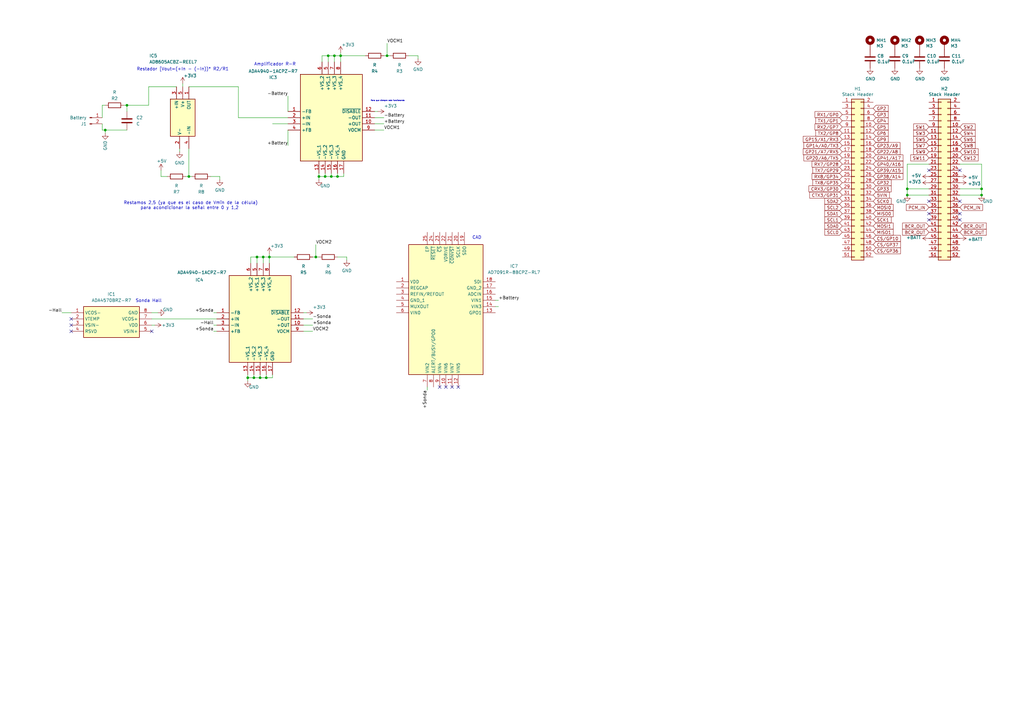
<source format=kicad_sch>
(kicad_sch (version 20250114) (generator "eeschema") (generator_version "9.0")
  (paper "A3")
  (lib_symbols
    (symbol "AD7091R-8BCPZ-RL7:AD7091R-8BCPZ-RL7"
      (property "Reference" "IC" (at 36.83 20.32 0))
      (property "Value" "AD7091R-8BCPZ-RL7" (at 36.83 17.78 0))
      (symbol "AD7091R-8BCPZ-RL7_1_1"
        (rectangle (start 5.08 15.24) (end 35.56 -38.1) (stroke (width 0.254)) (fill (type background)))
        (pin passive line (at 0 0 0) (length 5.08) (name "VDD") (number "1"))
        (pin passive line (at 0 -2.54 0) (length 5.08) (name "REGCAP") (number "2"))
        (pin passive line (at 0 -5.08 0) (length 5.08) (name "REFIN/REFOUT") (number "3"))
        (pin passive line (at 0 -7.62 0) (length 5.08) (name "GND_1") (number "4"))
        (pin passive line (at 0 -10.16 0) (length 5.08) (name "MUXOUT") (number "5"))
        (pin passive line (at 0 -12.7 0) (length 5.08) (name "VIN0") (number "6"))
        (pin passive line (at 12.7 20.32 270) (length 5.08) (name "EP") (number "25"))
        (pin passive line (at 12.7 -43.18 90) (length 5.08) (name "VIN2") (number "7"))
        (pin passive line (at 15.24 20.32 270) (length 5.08) (name "~{RESET}") (number "24"))
        (pin passive line (at 15.24 -43.18 90) (length 5.08) (name "ALERT/BUSY/GPO0") (number "8"))
        (pin passive line (at 17.78 20.32 270) (length 5.08) (name "~{CS}") (number "23"))
        (pin passive line (at 17.78 -43.18 90) (length 5.08) (name "VIN4") (number "9"))
        (pin passive line (at 20.32 20.32 270) (length 5.08) (name "VDRIVE") (number "22"))
        (pin passive line (at 20.32 -43.18 90) (length 5.08) (name "VIN6") (number "10"))
        (pin passive line (at 22.86 20.32 270) (length 5.08) (name "~{CONVST}") (number "21"))
        (pin passive line (at 22.86 -43.18 90) (length 5.08) (name "VIN7") (number "11"))
        (pin passive line (at 25.4 20.32 270) (length 5.08) (name "SCLK") (number "20"))
        (pin passive line (at 25.4 -43.18 90) (length 5.08) (name "VIN5") (number "12"))
        (pin passive line (at 27.94 20.32 270) (length 5.08) (name "SDO") (number "19"))
        (pin passive line (at 40.64 0 180) (length 5.08) (name "SDI") (number "18"))
        (pin passive line (at 40.64 -2.54 180) (length 5.08) (name "GND_2") (number "17"))
        (pin passive line (at 40.64 -5.08 180) (length 5.08) (name "ADCIN") (number "16"))
        (pin passive line (at 40.64 -7.62 180) (length 5.08) (name "VIN1") (number "15"))
        (pin passive line (at 40.64 -10.16 180) (length 5.08) (name "VIN3") (number "14"))
        (pin passive line (at 40.64 -12.7 180) (length 5.08) (name "GPO1") (number "13"))
      )
    )
    (symbol "AD8605ACBZ-REEL7:AD8605ACBZ-REEL7"
      (property "Reference" "IC5" (at 11.4299 3.81 90))
      (property "Value" "AD8605ACBZ-REEL7" (at 13.9699 3.81 90))
      (symbol "AD8605ACBZ-REEL7_1_1"
        (rectangle (start 5.08 2.54) (end 20.32 -7.62) (stroke (width 0.254)) (fill (type background)))
        (pin passive line (at 0 0 0) (length 5.08) (name "OUT") (number "1"))
        (pin passive line (at 0 -2.54 0) (length 5.08) (name "V+") (number "5"))
        (pin passive line (at 0 -5.08 0) (length 5.08) (name "+IN") (number "3"))
        (pin passive line (at 25.4 0 180) (length 5.08) (name "-IN") (number "4"))
        (pin passive line (at 25.4 -3.81 180) (length 5.08) (name "V-") (number "2"))
      )
    )
    (symbol "ADA4570BRZ-R7:ADA4570BRZ-R7"
      (property "Reference" "IC" (at 29.21 7.62 0))
      (property "Value" "ADA4570BRZ-R7" (at 29.21 5.08 0))
      (symbol "ADA4570BRZ-R7_1_1"
        (rectangle (start 5.08 2.54) (end 27.94 -10.16) (stroke (width 0.254)) (fill (type background)))
        (pin passive line (at 0 0 0) (length 5.08) (name "VCOS-") (number "1"))
        (pin passive line (at 0 -2.54 0) (length 5.08) (name "VTEMP") (number "2"))
        (pin passive line (at 0 -5.08 0) (length 5.08) (name "VSIN-") (number "3"))
        (pin passive line (at 0 -7.62 0) (length 5.08) (name "RSVD") (number "4"))
        (pin passive line (at 33.02 0 180) (length 5.08) (name "GND") (number "8"))
        (pin passive line (at 33.02 -2.54 180) (length 5.08) (name "VCOS+") (number "7"))
        (pin passive line (at 33.02 -5.08 180) (length 5.08) (name "VDD") (number "6"))
        (pin passive line (at 33.02 -7.62 180) (length 5.08) (name "VSIN+") (number "5"))
      )
    )
    (symbol "ADA4940-1ACPZ-R7:ADA4940-1ACPZ-R7"
      (property "Reference" "IC3" (at 0.508 20.32 0))
      (property "Value" "ADA4940-1ACPZ-R7" (at -7.874 23.114 0))
      (symbol "ADA4940-1ACPZ-R7_1_1"
        (rectangle (start 5.08 15.24) (end 30.48 -20.32) (stroke (width 0.254)) (fill (type background)))
        (pin passive line (at 0 0 0) (length 5.08) (name "-FB") (number "1"))
        (pin passive line (at 0 -2.54 0) (length 5.08) (name "+IN") (number "2"))
        (pin passive line (at 0 -5.08 0) (length 5.08) (name "-IN") (number "3"))
        (pin passive line (at 0 -7.62 0) (length 5.08) (name "+FB") (number "4"))
        (pin passive line (at 12.7 -25.4 90) (length 5.08) (name "-VS_1") (number "13"))
        (pin passive line (at 13.97 20.32 270) (length 5.08) (name "+VS_2") (number "6"))
        (pin passive line (at 15.24 -25.4 90) (length 5.08) (name "-VS_2") (number "14"))
        (pin passive line (at 16.51 20.32 270) (length 5.08) (name "+VS_1") (number "5"))
        (pin passive line (at 17.78 -25.4 90) (length 5.08) (name "-VS_3") (number "15"))
        (pin passive line (at 19.05 20.32 270) (length 5.08) (name "+VS_3") (number "7"))
        (pin passive line (at 20.32 -25.4 90) (length 5.08) (name "-VS_4") (number "16"))
        (pin passive line (at 21.59 20.32 270) (length 5.08) (name "+VS_4") (number "8"))
        (pin passive line (at 22.86 -25.4 90) (length 5.08) (name "GND") (number "17"))
        (pin passive line (at 35.56 0 180) (length 5.08) (name "~{DISABLE}") (number "12"))
        (pin passive line (at 35.56 -2.54 180) (length 5.08) (name "-OUT") (number "11"))
        (pin passive line (at 35.56 -5.08 180) (length 5.08) (name "+OUT") (number "10"))
        (pin passive line (at 35.56 -7.62 180) (length 5.08) (name "VOCM") (number "9"))
      )
    )
    (symbol "CSD86311W1723:CSD86311W1723"
      (property "Reference" "IC" (at 36.83 7.62 0))
      (property "Value" "CSD86311W1723" (at 36.83 5.08 0))
      (symbol "CSD86311W1723_1_1"
        (rectangle (start 5.08 2.54) (end 35.56 -15.24) (stroke (width 0.254)) (fill (type background)))
        (pin passive line (at 0 0 0) (length 5.08) (name "GATE_1") (number "A1"))
        (pin passive line (at 0 -2.54 0) (length 5.08) (name "DRAIN_1_1") (number "A2"))
        (pin passive line (at 0 -5.08 0) (length 5.08) (name "DRAIN_1_2") (number "A3"))
        (pin passive line (at 0 -7.62 0) (length 5.08) (name "DRAIN_1_3") (number "A4"))
        (pin passive line (at 0 -10.16 0) (length 5.08) (name "SOURCE_1") (number "B1"))
        (pin passive line (at 0 -12.7 0) (length 5.08) (name "SOURCE_2") (number "B2"))
        (pin passive line (at 40.64 0 180) (length 5.08) (name "SOURCE_3") (number "B3"))
        (pin passive line (at 40.64 -2.54 180) (length 5.08) (name "SOURCE_4") (number "B4"))
        (pin passive line (at 40.64 -5.08 180) (length 5.08) (name "GATE_2") (number "C1"))
        (pin passive line (at 40.64 -7.62 180) (length 5.08) (name "DRAIN_2_1") (number "C2"))
        (pin passive line (at 40.64 -10.16 180) (length 5.08) (name "DRAIN_2_2") (number "C3"))
        (pin passive line (at 40.64 -12.7 180) (length 5.08) (name "DRAIN_2_3") (number "C4"))
      )
    )
    (symbol "Connector:Conn_01x02_Pin" (pin_names (offset 1.016) (hide yes))
      (property "Reference" "J" (at 0 2.54 0))
      (property "Value" "Conn_01x02_Pin" (at 0 -5.08 0))
      (symbol "Conn_01x02_Pin_1_1"
        (rectangle (start 0.8636 0.127) (end 0 -0.127) (stroke (width 0.1524)) (fill (type outline)))
        (rectangle (start 0.8636 -2.413) (end 0 -2.667) (stroke (width 0.1524)) (fill (type outline)))
        (polyline (pts (xy 1.27 0) (xy 0.8636 0)) (stroke (width 0.1524)))
        (polyline (pts (xy 1.27 -2.54) (xy 0.8636 -2.54)) (stroke (width 0.1524)))
        (pin passive line (at 5.08 0 180) (length 3.81) (name "Pin_1") (number "1"))
        (pin passive line (at 5.08 -2.54 180) (length 3.81) (name "Pin_2") (number "2"))
      )
    )
    (symbol "Connector_Generic:Conn_02x26_Odd_Even" (pin_names (offset 1.016) (hide yes))
      (property "Reference" "J" (at 1.27 33.02 0))
      (property "Value" "Conn_02x26_Odd_Even" (at 1.27 -35.56 0))
      (symbol "Conn_02x26_Odd_Even_1_1"
        (rectangle (start -1.27 31.75) (end 3.81 -34.29) (stroke (width 0.254)) (fill (type background)))
        (rectangle (start -1.27 30.607) (end 0 30.353) (stroke (width 0.1524)))
        (rectangle (start -1.27 28.067) (end 0 27.813) (stroke (width 0.1524)))
        (rectangle (start -1.27 25.527) (end 0 25.273) (stroke (width 0.1524)))
        (rectangle (start -1.27 22.987) (end 0 22.733) (stroke (width 0.1524)))
        (rectangle (start -1.27 20.447) (end 0 20.193) (stroke (width 0.1524)))
        (rectangle (start -1.27 17.907) (end 0 17.653) (stroke (width 0.1524)))
        (rectangle (start -1.27 15.367) (end 0 15.113) (stroke (width 0.1524)))
        (rectangle (start -1.27 12.827) (end 0 12.573) (stroke (width 0.1524)))
        (rectangle (start -1.27 10.287) (end 0 10.033) (stroke (width 0.1524)))
        (rectangle (start -1.27 7.747) (end 0 7.493) (stroke (width 0.1524)))
        (rectangle (start -1.27 5.207) (end 0 4.953) (stroke (width 0.1524)))
        (rectangle (start -1.27 2.667) (end 0 2.413) (stroke (width 0.1524)))
        (rectangle (start -1.27 0.127) (end 0 -0.127) (stroke (width 0.1524)))
        (rectangle (start -1.27 -2.413) (end 0 -2.667) (stroke (width 0.1524)))
        (rectangle (start -1.27 -4.953) (end 0 -5.207) (stroke (width 0.1524)))
        (rectangle (start -1.27 -7.493) (end 0 -7.747) (stroke (width 0.1524)))
        (rectangle (start -1.27 -10.033) (end 0 -10.287) (stroke (width 0.1524)))
        (rectangle (start -1.27 -12.573) (end 0 -12.827) (stroke (width 0.1524)))
        (rectangle (start -1.27 -15.113) (end 0 -15.367) (stroke (width 0.1524)))
        (rectangle (start -1.27 -17.653) (end 0 -17.907) (stroke (width 0.1524)))
        (rectangle (start -1.27 -20.193) (end 0 -20.447) (stroke (width 0.1524)))
        (rectangle (start -1.27 -22.733) (end 0 -22.987) (stroke (width 0.1524)))
        (rectangle (start -1.27 -25.273) (end 0 -25.527) (stroke (width 0.1524)))
        (rectangle (start -1.27 -27.813) (end 0 -28.067) (stroke (width 0.1524)))
        (rectangle (start -1.27 -30.353) (end 0 -30.607) (stroke (width 0.1524)))
        (rectangle (start -1.27 -32.893) (end 0 -33.147) (stroke (width 0.1524)))
        (rectangle (start 3.81 30.607) (end 2.54 30.353) (stroke (width 0.1524)))
        (rectangle (start 3.81 28.067) (end 2.54 27.813) (stroke (width 0.1524)))
        (rectangle (start 3.81 25.527) (end 2.54 25.273) (stroke (width 0.1524)))
        (rectangle (start 3.81 22.987) (end 2.54 22.733) (stroke (width 0.1524)))
        (rectangle (start 3.81 20.447) (end 2.54 20.193) (stroke (width 0.1524)))
        (rectangle (start 3.81 17.907) (end 2.54 17.653) (stroke (width 0.1524)))
        (rectangle (start 3.81 15.367) (end 2.54 15.113) (stroke (width 0.1524)))
        (rectangle (start 3.81 12.827) (end 2.54 12.573) (stroke (width 0.1524)))
        (rectangle (start 3.81 10.287) (end 2.54 10.033) (stroke (width 0.1524)))
        (rectangle (start 3.81 7.747) (end 2.54 7.493) (stroke (width 0.1524)))
        (rectangle (start 3.81 5.207) (end 2.54 4.953) (stroke (width 0.1524)))
        (rectangle (start 3.81 2.667) (end 2.54 2.413) (stroke (width 0.1524)))
        (rectangle (start 3.81 0.127) (end 2.54 -0.127) (stroke (width 0.1524)))
        (rectangle (start 3.81 -2.413) (end 2.54 -2.667) (stroke (width 0.1524)))
        (rectangle (start 3.81 -4.953) (end 2.54 -5.207) (stroke (width 0.1524)))
        (rectangle (start 3.81 -7.493) (end 2.54 -7.747) (stroke (width 0.1524)))
        (rectangle (start 3.81 -10.033) (end 2.54 -10.287) (stroke (width 0.1524)))
        (rectangle (start 3.81 -12.573) (end 2.54 -12.827) (stroke (width 0.1524)))
        (rectangle (start 3.81 -15.113) (end 2.54 -15.367) (stroke (width 0.1524)))
        (rectangle (start 3.81 -17.653) (end 2.54 -17.907) (stroke (width 0.1524)))
        (rectangle (start 3.81 -20.193) (end 2.54 -20.447) (stroke (width 0.1524)))
        (rectangle (start 3.81 -22.733) (end 2.54 -22.987) (stroke (width 0.1524)))
        (rectangle (start 3.81 -25.273) (end 2.54 -25.527) (stroke (width 0.1524)))
        (rectangle (start 3.81 -27.813) (end 2.54 -28.067) (stroke (width 0.1524)))
        (rectangle (start 3.81 -30.353) (end 2.54 -30.607) (stroke (width 0.1524)))
        (rectangle (start 3.81 -32.893) (end 2.54 -33.147) (stroke (width 0.1524)))
        (pin passive line (at -5.08 30.48 0) (length 3.81) (name "Pin_1") (number "1"))
        (pin passive line (at -5.08 27.94 0) (length 3.81) (name "Pin_3") (number "3"))
        (pin passive line (at -5.08 25.4 0) (length 3.81) (name "Pin_5") (number "5"))
        (pin passive line (at -5.08 22.86 0) (length 3.81) (name "Pin_7") (number "7"))
        (pin passive line (at -5.08 20.32 0) (length 3.81) (name "Pin_9") (number "9"))
        (pin passive line (at -5.08 17.78 0) (length 3.81) (name "Pin_11") (number "11"))
        (pin passive line (at -5.08 15.24 0) (length 3.81) (name "Pin_13") (number "13"))
        (pin passive line (at -5.08 12.7 0) (length 3.81) (name "Pin_15") (number "15"))
        (pin passive line (at -5.08 10.16 0) (length 3.81) (name "Pin_17") (number "17"))
        (pin passive line (at -5.08 7.62 0) (length 3.81) (name "Pin_19") (number "19"))
        (pin passive line (at -5.08 5.08 0) (length 3.81) (name "Pin_21") (number "21"))
        (pin passive line (at -5.08 2.54 0) (length 3.81) (name "Pin_23") (number "23"))
        (pin passive line (at -5.08 0 0) (length 3.81) (name "Pin_25") (number "25"))
        (pin passive line (at -5.08 -2.54 0) (length 3.81) (name "Pin_27") (number "27"))
        (pin passive line (at -5.08 -5.08 0) (length 3.81) (name "Pin_29") (number "29"))
        (pin passive line (at -5.08 -7.62 0) (length 3.81) (name "Pin_31") (number "31"))
        (pin passive line (at -5.08 -10.16 0) (length 3.81) (name "Pin_33") (number "33"))
        (pin passive line (at -5.08 -12.7 0) (length 3.81) (name "Pin_35") (number "35"))
        (pin passive line (at -5.08 -15.24 0) (length 3.81) (name "Pin_37") (number "37"))
        (pin passive line (at -5.08 -17.78 0) (length 3.81) (name "Pin_39") (number "39"))
        (pin passive line (at -5.08 -20.32 0) (length 3.81) (name "Pin_41") (number "41"))
        (pin passive line (at -5.08 -22.86 0) (length 3.81) (name "Pin_43") (number "43"))
        (pin passive line (at -5.08 -25.4 0) (length 3.81) (name "Pin_45") (number "45"))
        (pin passive line (at -5.08 -27.94 0) (length 3.81) (name "Pin_47") (number "47"))
        (pin passive line (at -5.08 -30.48 0) (length 3.81) (name "Pin_49") (number "49"))
        (pin passive line (at -5.08 -33.02 0) (length 3.81) (name "Pin_51") (number "51"))
        (pin passive line (at 7.62 30.48 180) (length 3.81) (name "Pin_2") (number "2"))
        (pin passive line (at 7.62 27.94 180) (length 3.81) (name "Pin_4") (number "4"))
        (pin passive line (at 7.62 25.4 180) (length 3.81) (name "Pin_6") (number "6"))
        (pin passive line (at 7.62 22.86 180) (length 3.81) (name "Pin_8") (number "8"))
        (pin passive line (at 7.62 20.32 180) (length 3.81) (name "Pin_10") (number "10"))
        (pin passive line (at 7.62 17.78 180) (length 3.81) (name "Pin_12") (number "12"))
        (pin passive line (at 7.62 15.24 180) (length 3.81) (name "Pin_14") (number "14"))
        (pin passive line (at 7.62 12.7 180) (length 3.81) (name "Pin_16") (number "16"))
        (pin passive line (at 7.62 10.16 180) (length 3.81) (name "Pin_18") (number "18"))
        (pin passive line (at 7.62 7.62 180) (length 3.81) (name "Pin_20") (number "20"))
        (pin passive line (at 7.62 5.08 180) (length 3.81) (name "Pin_22") (number "22"))
        (pin passive line (at 7.62 2.54 180) (length 3.81) (name "Pin_24") (number "24"))
        (pin passive line (at 7.62 0 180) (length 3.81) (name "Pin_26") (number "26"))
        (pin passive line (at 7.62 -2.54 180) (length 3.81) (name "Pin_28") (number "28"))
        (pin passive line (at 7.62 -5.08 180) (length 3.81) (name "Pin_30") (number "30"))
        (pin passive line (at 7.62 -7.62 180) (length 3.81) (name "Pin_32") (number "32"))
        (pin passive line (at 7.62 -10.16 180) (length 3.81) (name "Pin_34") (number "34"))
        (pin passive line (at 7.62 -12.7 180) (length 3.81) (name "Pin_36") (number "36"))
        (pin passive line (at 7.62 -15.24 180) (length 3.81) (name "Pin_38") (number "38"))
        (pin passive line (at 7.62 -17.78 180) (length 3.81) (name "Pin_40") (number "40"))
        (pin passive line (at 7.62 -20.32 180) (length 3.81) (name "Pin_42") (number "42"))
        (pin passive line (at 7.62 -22.86 180) (length 3.81) (name "Pin_44") (number "44"))
        (pin passive line (at 7.62 -25.4 180) (length 3.81) (name "Pin_46") (number "46"))
        (pin passive line (at 7.62 -27.94 180) (length 3.81) (name "Pin_48") (number "48"))
        (pin passive line (at 7.62 -30.48 180) (length 3.81) (name "Pin_50") (number "50"))
        (pin passive line (at 7.62 -33.02 180) (length 3.81) (name "Pin_52") (number "52"))
      )
    )
    (symbol "Device:C" (pin_numbers (hide yes)) (pin_names (offset 0.254))
      (property "Reference" "C" (at 0.635 2.54 0))
      (property "Value" "C" (at 0.635 -2.54 0))
      (symbol "C_0_1"
        (polyline (pts (xy -2.032 0.762) (xy 2.032 0.762)) (stroke (width 0.508)))
        (polyline (pts (xy -2.032 -0.762) (xy 2.032 -0.762)) (stroke (width 0.508)))
      )
      (symbol "C_1_1"
        (pin passive line (at 0 3.81 270) (length 2.794) (name "~") (number "1"))
        (pin passive line (at 0 -3.81 90) (length 2.794) (name "~") (number "2"))
      )
    )
    (symbol "Device:R" (pin_numbers (hide yes)) (pin_names (offset 0))
      (property "Reference" "R" (at 2.032 0 90))
      (property "Value" "R" (at 0 0 90))
      (symbol "R_0_1"
        (rectangle (start -1.016 -2.54) (end 1.016 2.54) (stroke (width 0.254)))
      )
      (symbol "R_1_1"
        (pin passive line (at 0 3.81 270) (length 1.27) (name "~") (number "1"))
        (pin passive line (at 0 -3.81 90) (length 1.27) (name "~") (number "2"))
      )
    )
    (symbol "Mechanical:MountingHole_Pad" (pin_numbers (hide yes)) (pin_names (offset 1.016) (hide yes))
      (property "Reference" "H" (at 0 6.35 0))
      (property "Value" "MountingHole_Pad" (at 0 4.445 0))
      (symbol "MountingHole_Pad_0_1"
        (circle (center 0 1.27) (radius 1.27) (stroke (width 1.27)))
      )
      (symbol "MountingHole_Pad_1_1"
        (pin input line (at 0 -2.54 90) (length 2.54) (name "1") (number "1"))
      )
    )
    (symbol "RURG5060-F085:RURG5060-F085" (pin_names (hide yes))
      (property "Reference" "D" (at 11.43 5.08 0))
      (property "Value" "RURG5060-F085" (at 11.43 2.54 0))
      (symbol "RURG5060-F085_1_1"
        (polyline (pts (xy 2.54 0) (xy 5.08 0)) (stroke (width 0.254)))
        (polyline (pts (xy 5.08 2.54) (xy 5.08 -2.54)) (stroke (width 0.254)))
        (polyline (pts (xy 5.08 0) (xy 10.16 2.54) (xy 10.16 -2.54) (xy 5.08 0)) (stroke (width 0.254)) (fill (type outline)))
        (polyline (pts (xy 10.16 0) (xy 12.7 0)) (stroke (width 0.254)))
        (pin passive line (at 0 0 0) (length 2.54) (name "K") (number "1"))
        (pin passive line (at 15.24 0 180) (length 2.54) (name "A") (number "2"))
      )
    )
    (symbol "Sensor_Temperature:DS18B20"
      (property "Reference" "U" (at -3.81 6.35 0))
      (property "Value" "DS18B20" (at 6.35 6.35 0))
      (symbol "DS18B20_0_1"
        (rectangle (start -5.08 5.08) (end 5.08 -5.08) (stroke (width 0.254)) (fill (type background)))
        (polyline (pts (xy -3.937 3.175) (xy -3.937 0)) (stroke (width 0.254)))
        (polyline (pts (xy -3.937 3.175) (xy -3.302 3.175)) (stroke (width 0.254)))
        (polyline (pts (xy -3.937 2.54) (xy -3.302 2.54)) (stroke (width 0.254)))
        (polyline (pts (xy -3.937 1.905) (xy -3.302 1.905)) (stroke (width 0.254)))
        (polyline (pts (xy -3.937 1.27) (xy -3.302 1.27)) (stroke (width 0.254)))
        (polyline (pts (xy -3.937 0.635) (xy -3.302 0.635)) (stroke (width 0.254)))
        (arc (start -3.937 3.175) (mid -3.302 3.8073) (end -2.667 3.175) (stroke (width 0.254)))
        (circle (center -3.302 -2.54) (radius 1.27) (stroke (width 0.254)) (fill (type outline)))
        (polyline (pts (xy -2.667 3.175) (xy -2.667 0)) (stroke (width 0.254)))
        (rectangle (start -2.667 -1.905) (end -3.937 0) (stroke (width 0.254)) (fill (type outline)))
      )
      (symbol "DS18B20_1_1"
        (pin power_in line (at 0 7.62 270) (length 2.54) (name "V_{DD}") (number "3"))
        (pin power_in line (at 0 -7.62 90) (length 2.54) (name "GND") (number "1"))
        (pin bidirectional line (at 7.62 0 180) (length 2.54) (name "DQ") (number "2"))
      )
    )
    (symbol "power:+3V3" (power) (pin_names (offset 0))
      (property "Value" "+3V3" (at 0 3.556 0))
      (symbol "+3V3_0_1"
        (polyline (pts (xy -0.762 1.27) (xy 0 2.54)))
        (polyline (pts (xy 0 2.54) (xy 0.762 1.27)))
        (polyline (pts (xy 0 0) (xy 0 2.54)))
      )
      (symbol "+3V3_1_1"
        (pin power_in line (at 0 0 90) (length 0) (hide yes) (name "+3V3") (number "1"))
      )
    )
    (symbol "power:+5V" (power) (pin_names (offset 0))
      (property "Value" "+5V" (at 0 3.556 0))
      (symbol "+5V_0_1"
        (polyline (pts (xy -0.762 1.27) (xy 0 2.54)))
        (polyline (pts (xy 0 2.54) (xy 0.762 1.27)))
        (polyline (pts (xy 0 0) (xy 0 2.54)))
      )
      (symbol "+5V_1_1"
        (pin power_in line (at 0 0 90) (length 0) (hide yes) (name "+5V") (number "1"))
      )
    )
    (symbol "power:+BATT" (power) (pin_names (offset 0))
      (property "Value" "+BATT" (at 0 3.556 0))
      (symbol "+BATT_0_1"
        (polyline (pts (xy -0.762 1.27) (xy 0 2.54)))
        (polyline (pts (xy 0 2.54) (xy 0.762 1.27)))
        (polyline (pts (xy 0 0) (xy 0 2.54)))
      )
      (symbol "+BATT_1_1"
        (pin power_in line (at 0 0 90) (length 0) (hide yes) (name "+BATT") (number "1"))
      )
    )
    (symbol "power:GND" (power) (pin_names (offset 0))
      (property "Value" "GND" (at 0 -3.81 0))
      (symbol "GND_0_1"
        (polyline (pts (xy 0 0) (xy 0 -1.27) (xy 1.27 -1.27) (xy 0 -2.54) (xy -1.27 -1.27) (xy 0 -1.27)))
      )
      (symbol "GND_1_1"
        (pin power_in line (at 0 0 270) (length 0) (hide yes) (name "GND") (number "1"))
      )
    )
  )
  (text "Amplificador R-R" (at 112.776 26.416 0) (effects (font (size 1.27 1.27))))
  (text "Para que siempre este funcionando" (at 159.004 41.402 0) (effects (font (size 0.508 0.508))))
  (text "CAD\n" (at 195.58 97.536 0) (effects (font (size 1.27 1.27))))
  (text "Sonda Hall\n" (at 60.96 123.444 0) (effects (font (size 1.27 1.27))))
  (text "C Snubber\n" (at -21.59 31.75 0) (effects (font (size 1.27 1.27))))
  (text "R Snubber\n" (at -21.336 45.72 0) (effects (font (size 1.27 1.27))))
  (text "Diodo C.R" (at -20.574 12.954 0) (effects (font (size 1.27 1.27))))
  (text "Restamos 2,5 (ya que es el caso de Vmin de la célula)\npara acondicionar la señal entre 0 y 1,2 \n" (at 78.232 84.328 0) (effects (font (size 1.27 1.27))))
  (text "MOSFET\n" (at -60.198 123.952 0) (effects (font (size 1.27 1.27))))
  (text "Restador [Vout=(+In - (-In))* R2/R1" (at 74.93 28.448 0) (effects (font (size 1.27 1.27))))
  (text "No se ha encontrado símbolo ni huella del sensor de temperatura escogido" (at -52.832 161.798 0) (effects (font (size 1.27 1.27))))
  (junction (at 402.59 80.01))
  (junction (at 52.07 43.18))
  (junction (at 105.41 105.41))
  (junction (at 77.47 72.39))
  (junction (at 137.16 22.86))
  (junction (at 372.11 77.47))
  (junction (at 101.6 154.94))
  (junction (at 43.18 53.34))
  (junction (at 107.95 105.41))
  (junction (at 134.62 22.86))
  (junction (at 133.35 72.39))
  (junction (at 138.43 72.39))
  (junction (at 402.59 77.47))
  (junction (at 106.68 154.94))
  (junction (at 372.11 80.01))
  (junction (at 130.81 72.39))
  (junction (at 129.54 105.41))
  (junction (at 139.7 22.86))
  (junction (at 135.89 72.39))
  (junction (at 158.75 22.86))
  (junction (at 109.22 154.94))
  (junction (at 110.49 105.41))
  (junction (at 104.14 154.94))
  (no_connect (at 381 87.63))
  (no_connect (at 381 82.55))
  (no_connect (at 393.7 82.55))
  (no_connect (at 29.21 135.89))
  (no_connect (at 187.96 158.75))
  (no_connect (at 182.88 158.75))
  (no_connect (at 185.42 158.75))
  (no_connect (at 62.23 135.89))
  (no_connect (at 180.34 158.75))
  (no_connect (at 29.21 133.35))
  (no_connect (at 381 69.85))
  (no_connect (at 381 90.17))
  (no_connect (at 393.7 87.63))
  (no_connect (at 393.7 90.17))
  (no_connect (at 393.7 69.85))
  (no_connect (at 29.21 130.81))
  (wire (pts (xy 50.8 43.18) (xy 52.07 43.18)))
  (wire (pts (xy 203.2 125.73) (xy 204.47 125.73)))
  (wire (pts (xy 171.45 22.86) (xy 171.45 24.13)))
  (wire (pts (xy 43.18 53.34) (xy 52.07 53.34)))
  (wire (pts (xy 72.39 35.56) (xy 60.96 35.56)))
  (wire (pts (xy 139.7 25.4) (xy 139.7 22.86)))
  (wire (pts (xy 139.7 22.86) (xy 139.7 21.59)))
  (wire (pts (xy 175.26 158.75) (xy 175.26 160.02)))
  (wire (pts (xy 153.67 50.8) (xy 157.48 50.8)))
  (wire (pts (xy 104.14 153.67) (xy 104.14 154.94)))
  (wire (pts (xy 140.97 72.39) (xy 138.43 72.39)))
  (wire (pts (xy 109.22 154.94) (xy 106.68 154.94)))
  (wire (pts (xy 167.64 22.86) (xy 171.45 22.86)))
  (wire (pts (xy 134.62 25.4) (xy 134.62 22.86)))
  (wire (pts (xy 52.07 43.18) (xy 52.07 45.72)))
  (wire (pts (xy 137.16 25.4) (xy 137.16 22.86)))
  (wire (pts (xy 102.87 107.95) (xy 102.87 105.41)))
  (wire (pts (xy 41.91 48.26) (xy 41.91 43.18)))
  (wire (pts (xy 124.46 133.35) (xy 128.27 133.35)))
  (wire (pts (xy 134.62 22.86) (xy 132.08 22.86)))
  (wire (pts (xy 88.9 135.89) (xy 87.63 135.89)))
  (wire (pts (xy 158.75 17.78) (xy 158.75 22.86)))
  (wire (pts (xy 203.2 123.19) (xy 204.47 123.19)))
  (wire (pts (xy 110.49 107.95) (xy 110.49 105.41)))
  (wire (pts (xy 372.11 67.31) (xy 372.11 77.47)))
  (wire (pts (xy 104.14 154.94) (xy 106.68 154.94)))
  (wire (pts (xy 97.79 35.56) (xy 97.79 48.26)))
  (wire (pts (xy 107.95 105.41) (xy 105.41 105.41)))
  (wire (pts (xy 138.43 71.12) (xy 138.43 72.39)))
  (wire (pts (xy 372.11 80.01) (xy 381 80.01)))
  (wire (pts (xy 372.11 77.47) (xy 381 77.47)))
  (wire (pts (xy 43.18 53.34) (xy 41.91 53.34)))
  (wire (pts (xy 140.97 71.12) (xy 140.97 72.39)))
  (wire (pts (xy 157.48 22.86) (xy 158.75 22.86)))
  (wire (pts (xy 66.04 69.85) (xy 66.04 72.39)))
  (wire (pts (xy 86.36 72.39) (xy 90.17 72.39)))
  (wire (pts (xy 133.35 71.12) (xy 133.35 72.39)))
  (wire (pts (xy 76.2 72.39) (xy 77.47 72.39)))
  (wire (pts (xy 118.11 59.69) (xy 118.11 53.34)))
  (wire (pts (xy 133.35 72.39) (xy 135.89 72.39)))
  (wire (pts (xy 142.24 105.41) (xy 142.24 106.68)))
  (wire (pts (xy 130.81 72.39) (xy 133.35 72.39)))
  (wire (pts (xy 158.75 22.86) (xy 160.02 22.86)))
  (wire (pts (xy 393.7 80.01) (xy 402.59 80.01)))
  (wire (pts (xy 139.7 22.86) (xy 137.16 22.86)))
  (wire (pts (xy 74.93 34.29) (xy 74.93 35.56)))
  (wire (pts (xy 129.54 105.41) (xy 130.81 105.41)))
  (wire (pts (xy 97.79 48.26) (xy 118.11 48.26)))
  (wire (pts (xy 124.46 130.81) (xy 128.27 130.81)))
  (wire (pts (xy 402.59 67.31) (xy 402.59 77.47)))
  (wire (pts (xy 132.08 25.4) (xy 132.08 22.86)))
  (wire (pts (xy 118.11 50.8) (xy 111.76 50.8)))
  (wire (pts (xy 62.23 130.81) (xy 88.9 130.81)))
  (wire (pts (xy 118.11 39.37) (xy 118.11 45.72)))
  (wire (pts (xy 41.91 53.34) (xy 41.91 50.8)))
  (wire (pts (xy 62.23 128.27) (xy 64.77 128.27)))
  (wire (pts (xy 402.59 67.31) (xy 393.7 67.31)))
  (wire (pts (xy 402.59 77.47) (xy 402.59 80.01)))
  (wire (pts (xy 109.22 153.67) (xy 109.22 154.94)))
  (wire (pts (xy 101.6 156.21) (xy 101.6 154.94)))
  (wire (pts (xy 90.17 72.39) (xy 90.17 73.66)))
  (wire (pts (xy 77.47 60.96) (xy 77.47 72.39)))
  (wire (pts (xy 110.49 105.41) (xy 107.95 105.41)))
  (wire (pts (xy 124.46 135.89) (xy 128.27 135.89)))
  (wire (pts (xy 87.63 133.35) (xy 88.9 133.35)))
  (wire (pts (xy 124.46 128.27) (xy 125.73 128.27)))
  (wire (pts (xy 128.27 105.41) (xy 129.54 105.41)))
  (wire (pts (xy 106.68 154.94) (xy 106.68 153.67)))
  (wire (pts (xy 66.04 72.39) (xy 68.58 72.39)))
  (wire (pts (xy 105.41 105.41) (xy 102.87 105.41)))
  (wire (pts (xy 110.49 105.41) (xy 110.49 104.14)))
  (wire (pts (xy 52.07 43.18) (xy 60.96 43.18)))
  (wire (pts (xy 111.76 153.67) (xy 111.76 154.94)))
  (wire (pts (xy 139.7 22.86) (xy 149.86 22.86)))
  (wire (pts (xy 153.67 53.34) (xy 157.48 53.34)))
  (wire (pts (xy 138.43 72.39) (xy 135.89 72.39)))
  (wire (pts (xy 25.4 128.27) (xy 29.21 128.27)))
  (wire (pts (xy 393.7 77.47) (xy 402.59 77.47)))
  (wire (pts (xy 41.91 43.18) (xy 43.18 43.18)))
  (wire (pts (xy 77.47 35.56) (xy 97.79 35.56)))
  (wire (pts (xy 372.11 77.47) (xy 372.11 80.01)))
  (wire (pts (xy 110.49 105.41) (xy 120.65 105.41)))
  (wire (pts (xy 138.43 105.41) (xy 142.24 105.41)))
  (wire (pts (xy 137.16 22.86) (xy 134.62 22.86)))
  (wire (pts (xy 381 67.31) (xy 372.11 67.31)))
  (wire (pts (xy 153.67 45.72) (xy 154.94 45.72)))
  (wire (pts (xy 153.67 48.26) (xy 157.48 48.26)))
  (wire (pts (xy 107.95 107.95) (xy 107.95 105.41)))
  (wire (pts (xy 130.81 73.66) (xy 130.81 72.39)))
  (wire (pts (xy 43.18 53.34) (xy 43.18 54.61)))
  (wire (pts (xy 129.54 100.33) (xy 129.54 105.41)))
  (wire (pts (xy 101.6 153.67) (xy 101.6 154.94)))
  (wire (pts (xy 111.76 154.94) (xy 109.22 154.94)))
  (wire (pts (xy 60.96 35.56) (xy 60.96 43.18)))
  (wire (pts (xy 101.6 154.94) (xy 104.14 154.94)))
  (wire (pts (xy 62.23 133.35) (xy 63.5 133.35)))
  (wire (pts (xy 73.66 60.96) (xy 73.66 62.23)))
  (wire (pts (xy 87.63 128.27) (xy 88.9 128.27)))
  (wire (pts (xy 105.41 107.95) (xy 105.41 105.41)))
  (wire (pts (xy 77.47 72.39) (xy 78.74 72.39)))
  (wire (pts (xy 130.81 71.12) (xy 130.81 72.39)))
  (wire (pts (xy 135.89 72.39) (xy 135.89 71.12)))
  (label "-Hall" (at 87.63 133.35 180))
  (label "-Battery" (at 157.48 48.26 0))
  (label "+Sonda" (at 175.26 160.02 270))
  (label "VOCM2" (at 128.27 135.89 0))
  (label "+Battery" (at 157.48 50.8 0))
  (label "-Battery" (at 118.11 39.37 180))
  (label "VOCM1" (at 158.75 17.78 0))
  (label "+Sonda" (at 87.63 135.89 180))
  (label "+Sonda" (at 128.27 133.35 0))
  (label "VOCM2" (at 129.54 100.33 0))
  (label "VOCM1" (at 157.48 53.34 0))
  (label "-Hall" (at 25.4 128.27 180))
  (label "+Battery" (at 118.11 59.69 180))
  (label "+Sonda" (at 87.63 128.27 180))
  (label "+Battery" (at 204.47 123.19 0))
  (label "-Sonda" (at 128.27 130.81 0))
  (global_label "GP4" (shape input) (at 358.14 49.53 0) (property "Intersheetrefs" "${INTERSHEET_REFS}" (effects (hide yes))))
  (global_label "TX8{slash}GP35" (shape input) (at 345.44 74.93 180) (property "Intersheetrefs" "${INTERSHEET_REFS}" (effects (hide yes))))
  (global_label "CRX3{slash}GP30" (shape input) (at 345.44 77.47 180) (property "Intersheetrefs" "${INTERSHEET_REFS}" (effects (hide yes))))
  (global_label "SW3" (shape input) (at 381 54.61 180) (property "Intersheetrefs" "${INTERSHEET_REFS}" (effects (hide yes))))
  (global_label "SCK1" (shape input) (at 358.14 90.17 0) (property "Intersheetrefs" "${INTERSHEET_REFS}" (effects (hide yes))))
  (global_label "RX8{slash}GP34" (shape input) (at 345.44 72.39 180) (property "Intersheetrefs" "${INTERSHEET_REFS}" (effects (hide yes))))
  (global_label "TX1{slash}GP1" (shape input) (at 345.44 49.53 180) (property "Intersheetrefs" "${INTERSHEET_REFS}" (effects (hide yes))))
  (global_label "RX2{slash}GP7" (shape input) (at 345.44 52.07 180) (property "Intersheetrefs" "${INTERSHEET_REFS}" (effects (hide yes))))
  (global_label "SW11" (shape input) (at 381 64.77 180) (property "Intersheetrefs" "${INTERSHEET_REFS}" (effects (hide yes))))
  (global_label "GP2" (shape input) (at 358.14 44.45 0) (property "Intersheetrefs" "${INTERSHEET_REFS}" (effects (hide yes))))
  (global_label "SW5" (shape input) (at 381 57.15 180) (property "Intersheetrefs" "${INTERSHEET_REFS}" (effects (hide yes))))
  (global_label "BCR_OUT" (shape input) (at 393.7 92.71 0) (property "Intersheetrefs" "${INTERSHEET_REFS}" (effects (hide yes))))
  (global_label "GP38{slash}A14" (shape input) (at 358.14 72.39 0) (property "Intersheetrefs" "${INTERSHEET_REFS}" (effects (hide yes))))
  (global_label "5VIN" (shape input) (at 358.14 80.01 0) (property "Intersheetrefs" "${INTERSHEET_REFS}" (effects (hide yes))))
  (global_label "GP39{slash}A15" (shape input) (at 358.14 69.85 0) (property "Intersheetrefs" "${INTERSHEET_REFS}" (effects (hide yes))))
  (global_label "GP21{slash}A7{slash}RX5" (shape input) (at 345.44 62.23 180) (property "Intersheetrefs" "${INTERSHEET_REFS}" (effects (hide yes))))
  (global_label "SW8" (shape input) (at 393.7 59.69 0) (property "Intersheetrefs" "${INTERSHEET_REFS}" (effects (hide yes))))
  (global_label "SW1" (shape input) (at 381 52.07 180) (property "Intersheetrefs" "${INTERSHEET_REFS}" (effects (hide yes))))
  (global_label "GP20{slash}A6{slash}TX5" (shape input) (at 345.44 64.77 180) (property "Intersheetrefs" "${INTERSHEET_REFS}" (effects (hide yes))))
  (global_label "GP40{slash}A16" (shape input) (at 358.14 67.31 0) (property "Intersheetrefs" "${INTERSHEET_REFS}" (effects (hide yes))))
  (global_label "GP33" (shape input) (at 358.14 77.47 0) (property "Intersheetrefs" "${INTERSHEET_REFS}" (effects (hide yes))))
  (global_label "MISO1" (shape input) (at 358.14 95.25 0) (property "Intersheetrefs" "${INTERSHEET_REFS}" (effects (hide yes))))
  (global_label "GP15{slash}A1{slash}RX3" (shape input) (at 345.44 57.15 180) (property "Intersheetrefs" "${INTERSHEET_REFS}" (effects (hide yes))))
  (global_label "RX1{slash}GP0" (shape input) (at 345.44 46.99 180) (property "Intersheetrefs" "${INTERSHEET_REFS}" (effects (hide yes))))
  (global_label "SW10" (shape input) (at 393.7 62.23 0) (property "Intersheetrefs" "${INTERSHEET_REFS}" (effects (hide yes))))
  (global_label "SCK0" (shape input) (at 358.14 82.55 0) (property "Intersheetrefs" "${INTERSHEET_REFS}" (effects (hide yes))))
  (global_label "SCL0" (shape input) (at 345.44 95.25 180) (property "Intersheetrefs" "${INTERSHEET_REFS}" (effects (hide yes))))
  (global_label "BCR_OUT" (shape input) (at 393.7 95.25 0) (property "Intersheetrefs" "${INTERSHEET_REFS}" (effects (hide yes))))
  (global_label "SCL1" (shape input) (at 345.44 90.17 180) (property "Intersheetrefs" "${INTERSHEET_REFS}" (effects (hide yes))))
  (global_label "MOSI0" (shape input) (at 358.14 85.09 0) (property "Intersheetrefs" "${INTERSHEET_REFS}" (effects (hide yes))))
  (global_label "MOSI1" (shape input) (at 358.14 92.71 0) (property "Intersheetrefs" "${INTERSHEET_REFS}" (effects (hide yes))))
  (global_label "BCR_OUT" (shape input) (at 381 95.25 180) (property "Intersheetrefs" "${INTERSHEET_REFS}" (effects (hide yes))))
  (global_label "TX2{slash}GP8" (shape input) (at 345.44 54.61 180) (property "Intersheetrefs" "${INTERSHEET_REFS}" (effects (hide yes))))
  (global_label "SW6" (shape input) (at 393.7 57.15 0) (property "Intersheetrefs" "${INTERSHEET_REFS}" (effects (hide yes))))
  (global_label "GP9" (shape input) (at 358.14 57.15 0) (property "Intersheetrefs" "${INTERSHEET_REFS}" (effects (hide yes))))
  (global_label "TX7{slash}GP29" (shape input) (at 345.44 69.85 180) (property "Intersheetrefs" "${INTERSHEET_REFS}" (effects (hide yes))))
  (global_label "BCR_OUT" (shape input) (at 381 92.71 180) (property "Intersheetrefs" "${INTERSHEET_REFS}" (effects (hide yes))))
  (global_label "RX7{slash}GP28" (shape input) (at 345.44 67.31 180) (property "Intersheetrefs" "${INTERSHEET_REFS}" (effects (hide yes))))
  (global_label "SCL2" (shape input) (at 345.44 85.09 180) (property "Intersheetrefs" "${INTERSHEET_REFS}" (effects (hide yes))))
  (global_label "MISO0" (shape input) (at 358.14 87.63 0) (property "Intersheetrefs" "${INTERSHEET_REFS}" (effects (hide yes))))
  (global_label "CS{slash}GP36" (shape input) (at 358.14 102.87 0) (property "Intersheetrefs" "${INTERSHEET_REFS}" (effects (hide yes))))
  (global_label "GP23{slash}A9" (shape input) (at 358.14 59.69 0) (property "Intersheetrefs" "${INTERSHEET_REFS}" (effects (hide yes))))
  (global_label "GP3" (shape input) (at 358.14 46.99 0) (property "Intersheetrefs" "${INTERSHEET_REFS}" (effects (hide yes))))
  (global_label "GP6" (shape input) (at 358.14 54.61 0) (property "Intersheetrefs" "${INTERSHEET_REFS}" (effects (hide yes))))
  (global_label "CS{slash}GP37" (shape input) (at 358.14 100.33 0) (property "Intersheetrefs" "${INTERSHEET_REFS}" (effects (hide yes))))
  (global_label "GP14{slash}A0{slash}TX3" (shape input) (at 345.44 59.69 180) (property "Intersheetrefs" "${INTERSHEET_REFS}" (effects (hide yes))))
  (global_label "SW7" (shape input) (at 381 59.69 180) (property "Intersheetrefs" "${INTERSHEET_REFS}" (effects (hide yes))))
  (global_label "SW4" (shape input) (at 393.7 54.61 0) (property "Intersheetrefs" "${INTERSHEET_REFS}" (effects (hide yes))))
  (global_label "SW2" (shape input) (at 393.7 52.07 0) (property "Intersheetrefs" "${INTERSHEET_REFS}" (effects (hide yes))))
  (global_label "SDA0" (shape input) (at 345.44 92.71 180) (property "Intersheetrefs" "${INTERSHEET_REFS}" (effects (hide yes))))
  (global_label "GP5" (shape input) (at 358.14 52.07 0) (property "Intersheetrefs" "${INTERSHEET_REFS}" (effects (hide yes))))
  (global_label "GP22{slash}A8" (shape input) (at 358.14 62.23 0) (property "Intersheetrefs" "${INTERSHEET_REFS}" (effects (hide yes))))
  (global_label "SDA1" (shape input) (at 345.44 87.63 180) (property "Intersheetrefs" "${INTERSHEET_REFS}" (effects (hide yes))))
  (global_label "CTX3{slash}GP31" (shape input) (at 345.44 80.01 180) (property "Intersheetrefs" "${INTERSHEET_REFS}" (effects (hide yes))))
  (global_label "SW9" (shape input) (at 381 62.23 180) (property "Intersheetrefs" "${INTERSHEET_REFS}" (effects (hide yes))))
  (global_label "PCM_IN" (shape input) (at 393.7 85.09 0) (property "Intersheetrefs" "${INTERSHEET_REFS}" (effects (hide yes))))
  (global_label "SDA2" (shape input) (at 345.44 82.55 180) (property "Intersheetrefs" "${INTERSHEET_REFS}" (effects (hide yes))))
  (global_label "PCM_IN" (shape input) (at 381 85.09 180) (property "Intersheetrefs" "${INTERSHEET_REFS}" (effects (hide yes))))
  (global_label "GP41{slash}A17" (shape input) (at 358.14 64.77 0) (property "Intersheetrefs" "${INTERSHEET_REFS}" (effects (hide yes))))
  (global_label "GP32" (shape input) (at 358.14 74.93 0) (property "Intersheetrefs" "${INTERSHEET_REFS}" (effects (hide yes))))
  (global_label "CS{slash}GP10" (shape input) (at 358.14 97.79 0) (property "Intersheetrefs" "${INTERSHEET_REFS}" (effects (hide yes))))
  (global_label "SW12" (shape input) (at 393.7 64.77 0) (property "Intersheetrefs" "${INTERSHEET_REFS}" (effects (hide yes))))
  (symbol (lib_id "Connector_Generic:Conn_02x26_Odd_Even") (at 350.52 72.39 0) (unit 1)
    (property "Reference" "H1" (at 351.79 36.3982 0))
    (property "Value" "Stack Header" (at 351.79 38.7096 0))
    (property "Footprint" "Connector_PinHeader_2.54mm:PinHeader_2x26_P2.54mm_Vertical" (effects (hide yes)))
  )
  (symbol (lib_id "Connector_Generic:Conn_02x26_Odd_Even") (at 386.08 72.39 0) (unit 1)
    (property "Reference" "H2" (at 387.35 36.3982 0))
    (property "Value" "Stack Header" (at 387.35 38.7096 0))
    (property "Footprint" "Connector_PinHeader_2.54mm:PinHeader_2x26_P2.54mm_Vertical" (effects (hide yes)))
  )
  (symbol (lib_id "power:+5V") (at 381 72.39 90) (unit 1)
    (property "Reference" "#PWR035" (effects (hide yes)))
    (property "Value" "+5V" (at 377.7488 72.009 90) (effects (justify left)))
  )
  (symbol (lib_id "power:+3V3") (at 381 74.93 90) (unit 1)
    (property "Reference" "#PWR036" (effects (hide yes)))
    (property "Value" "+3V3" (at 377.7488 74.549 90) (effects (justify left)))
  )
  (symbol (lib_id "power:GND") (at 372.11 80.01 0) (unit 1)
    (property "Reference" "#PWR033" (effects (hide yes)))
    (property "Value" "GND" (at 369.57 82.55 0))
  )
  (symbol (lib_id "power:GND") (at 402.59 80.01 0) (unit 1)
    (property "Reference" "#PWR042" (effects (hide yes)))
    (property "Value" "GND" (at 405.13 82.55 0))
  )
  (symbol (lib_id "power:+BATT") (at 381 97.79 90) (unit 1)
    (property "Reference" "#PWR037" (effects (hide yes)))
    (property "Value" "+BATT" (at 377.7742 97.409 90) (effects (justify left)))
  )
  (symbol (lib_id "power:+BATT") (at 393.7 97.79 270) (unit 1)
    (property "Reference" "#PWR041" (effects (hide yes)))
    (property "Value" "+BATT" (at 396.9258 98.171 90) (effects (justify left)))
  )
  (symbol (lib_id "power:+5V") (at 393.7 72.39 270) (unit 1)
    (property "Reference" "#PWR039" (effects (hide yes)))
    (property "Value" "+5V" (at 396.9512 72.771 90) (effects (justify left)))
  )
  (symbol (lib_id "power:+3V3") (at 393.7 74.93 270) (unit 1)
    (property "Reference" "#PWR040" (effects (hide yes)))
    (property "Value" "+3V3" (at 396.9512 75.311 90) (effects (justify left)))
  )
  (symbol (lib_id "Mechanical:MountingHole_Pad") (at 367.03 17.78 0) (unit 1)
    (property "Reference" "MH2" (at 369.57 16.5354 0) (effects (justify left)))
    (property "Value" "M3" (at 369.57 18.8468 0) (effects (justify left)))
    (property "Footprint" "MountingHole:MountingHole_3.2mm_M3_Pad" (effects (hide yes)))
  )
  (symbol (lib_id "Mechanical:MountingHole_Pad") (at 387.35 17.78 0) (unit 1)
    (property "Reference" "MH4" (at 389.89 16.5354 0) (effects (justify left)))
    (property "Value" "M3" (at 389.89 18.8468 0) (effects (justify left)))
    (property "Footprint" "MountingHole:MountingHole_3.2mm_M3_Pad" (effects (hide yes)))
  )
  (symbol (lib_id "Mechanical:MountingHole_Pad") (at 356.87 17.78 0) (unit 1)
    (property "Reference" "MH1" (at 359.41 16.5354 0) (effects (justify left)))
    (property "Value" "M3" (at 359.41 18.8468 0) (effects (justify left)))
    (property "Footprint" "MountingHole:MountingHole_3.2mm_M3_Pad" (effects (hide yes)))
  )
  (symbol (lib_id "Mechanical:MountingHole_Pad") (at 377.19 17.78 0) (unit 1)
    (property "Reference" "MH3" (at 379.73 16.5354 0) (effects (justify left)))
    (property "Value" "M3" (at 379.73 18.8468 0) (effects (justify left)))
    (property "Footprint" "MountingHole:MountingHole_3.2mm_M3_Pad" (effects (hide yes)))
  )
  (symbol (lib_id "Device:C") (at 367.03 24.13 0) (unit 1)
    (property "Reference" "C9" (at 369.951 22.9616 0) (effects (justify left)))
    (property "Value" "0.1uF" (at 369.951 25.273 0) (effects (justify left)))
    (property "Footprint" "Capacitor_SMD:C_0805_2012Metric" (effects (hide yes)))
  )
  (symbol (lib_id "Device:C") (at 387.35 24.13 0) (unit 1)
    (property "Reference" "C11" (at 390.271 22.9616 0) (effects (justify left)))
    (property "Value" "0.1uF" (at 390.271 25.273 0) (effects (justify left)))
    (property "Footprint" "Capacitor_SMD:C_0805_2012Metric" (effects (hide yes)))
  )
  (symbol (lib_id "Device:C") (at 356.87 24.13 0) (unit 1)
    (property "Reference" "C8" (at 359.791 22.9616 0) (effects (justify left)))
    (property "Value" "0.1uF" (at 359.791 25.273 0) (effects (justify left)))
    (property "Footprint" "Capacitor_SMD:C_0805_2012Metric" (effects (hide yes)))
  )
  (symbol (lib_id "Device:C") (at 377.19 24.13 0) (unit 1)
    (property "Reference" "C10" (at 380.111 22.9616 0) (effects (justify left)))
    (property "Value" "0.1uF" (at 380.111 25.273 0) (effects (justify left)))
    (property "Footprint" "Capacitor_SMD:C_0805_2012Metric" (effects (hide yes)))
  )
  (symbol (lib_id "power:GND") (at 356.87 27.94 0) (unit 1)
    (property "Reference" "#PWR031" (effects (hide yes)))
    (property "Value" "GND" (at 356.997 32.3342 0))
  )
  (symbol (lib_id "power:GND") (at 367.03 27.94 0) (unit 1)
    (property "Reference" "#PWR032" (effects (hide yes)))
    (property "Value" "GND" (at 367.157 32.3342 0))
  )
  (symbol (lib_id "power:GND") (at 377.19 27.94 0) (unit 1)
    (property "Reference" "#PWR034" (effects (hide yes)))
    (property "Value" "GND" (at 377.317 32.3342 0))
  )
  (symbol (lib_id "power:GND") (at 387.35 27.94 0) (unit 1)
    (property "Reference" "#PWR038" (effects (hide yes)))
    (property "Value" "GND" (at 387.477 32.3342 0))
  )
  (symbol (lib_id "power:+5V") (at 139.7 21.59 0) (unit 1)
    (property "Reference" "#PWR02" (effects (hide yes)))
    (property "Value" "+3V3" (at 140.081 18.3388 0) (effects (justify left)))
  )
  (symbol (lib_id "Device:R") (at 82.55 72.39 270) (unit 1)
    (property "Reference" "R8" (at 82.55 78.74 90))
    (property "Value" "R" (at 82.55 76.2 90))
    (property "Description" "Resistor" (effects (hide yes)))
  )
  (symbol (lib_id "power:+5V") (at 74.93 34.29 0) (unit 1)
    (property "Reference" "#PWR013" (effects (hide yes)))
    (property "Value" "+3V3" (at 75.311 31.0388 0) (effects (justify left)))
  )
  (symbol (lib_id "power:GND") (at 171.45 24.13 0) (unit 1)
    (property "Reference" "#PWR05" (effects (hide yes)))
    (property "Value" "GND" (at 171.45 28.448 0))
  )
  (symbol (lib_id "power:+5V") (at 66.04 69.85 0) (unit 1)
    (property "Reference" "#PWR014" (effects (hide yes)))
    (property "Value" "+5V" (at 64.262 66.04 0) (effects (justify left)))
  )
  (symbol (lib_id "Device:R") (at 72.39 72.39 270) (unit 1)
    (property "Reference" "R7" (at 72.39 78.74 90))
    (property "Value" "R" (at 72.39 76.2 90))
    (property "Description" "Resistor" (effects (hide yes)))
  )
  (symbol (lib_id "power:+5V") (at 125.73 128.27 270) (unit 1)
    (property "Reference" "#PWR011" (effects (hide yes)))
    (property "Value" "+3V3" (at 128.27 125.984 90) (effects (justify left)))
  )
  (symbol (lib_id "Device:R") (at 153.67 22.86 270) (unit 1)
    (property "Reference" "R4" (at 153.67 29.21 90))
    (property "Value" "R" (at 153.67 26.67 90))
    (property "Description" "Resistor" (effects (hide yes)))
  )
  (symbol (lib_id "CSD86311W1723:CSD86311W1723") (at -95.25 129.54 0) (unit 1)
    (property "Reference" "IC2" (at -74.93 121.92 0))
    (property "Value" "CSD86311W1723" (at -74.93 124.46 0))
    (property "Footprint" "Huellas BMS:BGA12C50P4X3_228X170X62" (effects (hide yes)))
    (property "Datasheet" "http://www.ti.com/lit/ds/symlink/csd86311w1723.pdf" (effects (hide yes)))
    (property "Description" "25V, N ch NexFET MOSFET, dual common source WLP1.7x2.3, 42mOhm" (effects (hide yes)))
    (property "Height" "0.62" (effects (hide yes)))
    (property "Mouser Part Number" "595-CSD86311W1723" (effects (hide yes)))
    (property "Mouser Price/Stock" "https://www.mouser.com/Search/Refine.aspx?Keyword=595-CSD86311W1723" (effects (hide yes)))
    (property "Manufacturer_Name" "Texas Instruments" (effects (hide yes)))
    (property "Manufacturer_Part_Number" "CSD86311W1723" (effects (hide yes)))
  )
  (symbol (lib_id "ADA4570BRZ-R7:ADA4570BRZ-R7") (at 29.21 128.27 0) (unit 1)
    (property "Reference" "IC1" (at 45.72 120.65 0))
    (property "Value" "ADA4570BRZ-R7" (at 45.72 123.19 0))
    (property "Footprint" "Huellas BMS:SOIC127P600X175-8N" (effects (hide yes)))
    (property "Datasheet" "https://www.analog.com/ADA4570/datasheet" (effects (hide yes)))
    (property "Description" "Integrated AMR Angle Sensor and Signal Conditioner with Differential Outputs" (effects (hide yes)))
    (property "Height" "1.75" (effects (hide yes)))
    (property "Manufacturer_Name" "Analog Devices" (effects (hide yes)))
    (property "Manufacturer_Part_Number" "ADA4570BRZ-R7" (effects (hide yes)))
  )
  (symbol (lib_id "Device:C") (at -27.94 35.56 0) (unit 1)
    (property "Reference" "C1" (at -24.13 34.2899 0) (effects (justify left)))
    (property "Value" "C" (at -24.13 36.8299 0) (effects (justify left)))
    (property "Description" "Unpolarized capacitor" (effects (hide yes)))
  )
  (symbol (lib_id "power:+5V") (at 110.49 104.14 0) (unit 1)
    (property "Reference" "#PWR06" (effects (hide yes)))
    (property "Value" "+3V3" (at 110.871 100.8888 0) (effects (justify left)))
  )
  (symbol (lib_id "power:GND") (at 73.66 62.23 0) (unit 1)
    (property "Reference" "#PWR012" (effects (hide yes)))
    (property "Value" "GND" (at 73.66 66.802 0))
  )
  (symbol (lib_id "AD8605ACBZ-REEL7:AD8605ACBZ-REEL7") (at 77.47 35.56 270) (unit 1)
    (property "Reference" "IC5" (at 61.214 22.86 90) (effects (justify left)))
    (property "Value" "AD8605ACBZ-REEL7" (at 61.214 25.4 90) (effects (justify left)))
    (property "Footprint" "Huellas BMS:AD8605ACBZREEL7" (effects (hide yes)))
    (property "Datasheet" "https://www.digikey.ph/en/products/detail/analog-devices-inc/AD8605ACBZ-REEL7/1972274?msockid=3bdc366bbe0663d83c1223c0bf3662a6" (effects (hide yes)))
    (property "Description" "Precision Amplifiers 56972995PRECISION CMOS RAIL-RAIL OP AMP" (effects (hide yes)))
    (property "Height" "0.61" (effects (hide yes)))
    (property "Mouser Part Number" "584-AD8605ACBZ-R7" (effects (hide yes)))
    (property "Mouser Price/Stock" "https://www.mouser.co.uk/ProductDetail/Analog-Devices/AD8605ACBZ-REEL7?qs=%2FtpEQrCGXCy3dp4Fh3Hc%2Fw%3D%3D" (effects (hide yes)))
    (property "Manufacturer_Name" "Analog Devices" (effects (hide yes)))
    (property "Manufacturer_Part_Number" "AD8605ACBZ-REEL7" (effects (hide yes)))
  )
  (symbol (lib_id "ADA4940-1ACPZ-R7:ADA4940-1ACPZ-R7") (at 88.9 128.27 0) (unit 1)
    (property "Reference" "IC4" (at 81.788 114.808 0))
    (property "Value" "ADA4940-1ACPZ-R7" (at 82.804 111.76 0))
    (property "Footprint" "Huellas BMS:QFN50P300X300X80-17N-D" (effects (hide yes)))
    (property "Datasheet" "https://www.mouser.in/datasheet/2/609/ADA4940-1_4940-2-878284.pdf" (effects (hide yes)))
    (property "Description" "ANALOG DEVICES - ADA4940-1ACPZ-R7 - Differential Amplifier, 1 Amplifiers, 60 V, 260 MHz, -40 C, 125 C" (effects (hide yes)))
    (property "Height" "0.8" (effects (hide yes)))
    (property "Mouser Part Number" "584-ADA4940-1ACPZ-R7" (effects (hide yes)))
    (property "Mouser Price/Stock" "https://www.mouser.co.uk/ProductDetail/Analog-Devices/ADA4940-1ACPZ-R7?qs=BpaRKvA4VqGZQuSC9jWAEA%3D%3D" (effects (hide yes)))
    (property "Manufacturer_Name" "Analog Devices" (effects (hide yes)))
    (property "Manufacturer_Part_Number" "ADA4940-1ACPZ-R7" (effects (hide yes)))
  )
  (symbol (lib_id "power:GND") (at 90.17 73.66 0) (unit 1)
    (property "Reference" "#PWR015" (effects (hide yes)))
    (property "Value" "GND" (at 90.17 77.978 0))
  )
  (symbol (lib_id "power:GND") (at 43.18 54.61 0) (unit 1)
    (property "Reference" "#PWR01" (effects (hide yes)))
    (property "Value" "GND" (at 43.18 59.69 90))
  )
  (symbol (lib_id "power:GND") (at 130.81 73.66 0) (unit 1)
    (property "Reference" "#PWR03" (effects (hide yes)))
    (property "Value" "GND" (at 133.35 76.2 0))
  )
  (symbol (lib_id "AD7091R-8BCPZ-RL7:AD7091R-8BCPZ-RL7") (at 162.56 115.57 0) (unit 1)
    (property "Reference" "IC7" (at 210.82 109.1498 0))
    (property "Value" "AD7091R-8BCPZ-RL7" (at 210.82 111.6898 0))
    (property "Footprint" "Huellas BMS:QFN50P400X400X80-25N-D" (effects (hide yes)))
    (property "Datasheet" "https://www.analog.com/media/en/technical-documentation/data-sheets/AD7091R-2_7091R-4_7091R-8.pdf" (effects (hide yes)))
    (property "Description" "Analog to Digital Converters - ADC 8 chn 12 bit SAR ADC, ref(max), SPI" (effects (hide yes)))
    (property "Height" "0.8" (effects (hide yes)))
    (property "Mouser Part Number" "584-AD7091R-8BCPZRL7" (effects (hide yes)))
    (property "Mouser Price/Stock" "https://www.mouser.co.uk/ProductDetail/Analog-Devices/AD7091R-8BCPZ-RL7?qs=NRodCuJUSMvO%2FBlGar3Vuw%3D%3D" (effects (hide yes)))
    (property "Manufacturer_Name" "Analog Devices" (effects (hide yes)))
    (property "Manufacturer_Part_Number" "AD7091R-8BCPZ-RL7" (effects (hide yes)))
  )
  (symbol (lib_id "power:+5V") (at 154.94 45.72 270) (unit 1)
    (property "Reference" "#PWR04" (effects (hide yes)))
    (property "Value" "+3V3" (at 157.48 43.434 90) (effects (justify left)))
  )
  (symbol (lib_id "Connector:Conn_01x02_Pin") (at 36.83 48.26 0) (unit 1)
    (property "Reference" "J1" (at 35.56 50.8001 0) (effects (justify right)))
    (property "Value" "Battery" (at 35.56 48.2601 0) (effects (justify right)))
    (property "Description" "Generic connector, single row, 01x02, script generated" (effects (hide yes)))
  )
  (symbol (lib_id "Device:C") (at 52.07 49.53 0) (unit 1)
    (property "Reference" "C2" (at 55.88 48.2599 0) (effects (justify left)))
    (property "Value" "C" (at 55.88 50.7999 0) (effects (justify left)))
    (property "Description" "Unpolarized capacitor" (effects (hide yes)))
  )
  (symbol (lib_id "power:GND") (at 101.6 156.21 0) (unit 1)
    (property "Reference" "#PWR08" (effects (hide yes)))
    (property "Value" "GND" (at 104.14 158.75 0))
  )
  (symbol (lib_id "Device:R") (at 163.83 22.86 270) (unit 1)
    (property "Reference" "R3" (at 163.83 29.21 90))
    (property "Value" "R" (at 163.83 26.67 90))
    (property "Description" "Resistor" (effects (hide yes)))
  )
  (symbol (lib_id "RURG5060-F085:RURG5060-F085") (at -27.94 25.4 90) (unit 1)
    (property "Reference" "D1" (at -24.13 16.5099 90) (effects (justify right)))
    (property "Value" "RURG5060-F085" (at -24.13 19.0499 90) (effects (justify right)))
    (property "Footprint" "Huellas BMS:RURG5060F085" (effects (hide yes)))
    (property "Datasheet" "https://www.onsemi.com/download/data-sheet/pdf/rurg5060_f085-d.pdf" (effects (hide yes)))
    (property "Description" "Rectifiers 50A, 600V Ultrafast Diode" (effects (hide yes)))
    (property "Height" "24.75" (effects (hide yes)))
    (property "Mouser Part Number" "512-RURG5060_F085" (effects (hide yes)))
    (property "Mouser Price/Stock" "https://www.mouser.co.uk/ProductDetail/onsemi-Fairchild/RURG5060-F085?qs=0lQeLiL1qyb1P6tfSbFzEg%3D%3D" (effects (hide yes)))
    (property "Manufacturer_Name" "onsemi" (effects (hide yes)))
    (property "Manufacturer_Part_Number" "RURG5060-F085" (effects (hide yes)))
  )
  (symbol (lib_id "Device:R") (at 124.46 105.41 270) (unit 1)
    (property "Reference" "R5" (at 124.46 111.76 90))
    (property "Value" "R" (at 124.46 109.22 90))
    (property "Description" "Resistor" (effects (hide yes)))
  )
  (symbol (lib_id "Sensor_Temperature:DS18B20") (at -77.47 171.45 0) (unit 1)
    (property "Reference" "U1" (at -83.82 170.1799 0) (effects (justify right)))
    (property "Value" "DS18B20" (at -83.82 172.7199 0) (effects (justify right)))
    (property "Footprint" "Package_TO_SOT_THT:TO-92_Inline" (effects (hide yes)))
    (property "Datasheet" "http://datasheets.maximintegrated.com/en/ds/DS18B20.pdf" (effects (hide yes)))
    (property "Description" "Programmable Resolution 1-Wire Digital Thermometer TO-92" (effects (hide yes)))
  )
  (symbol (lib_id "power:GND") (at 64.77 128.27 90) (unit 1)
    (property "Reference" "#PWR09" (effects (hide yes)))
    (property "Value" "GND" (at 68.834 127 90))
  )
  (symbol (lib_id "ADA4940-1ACPZ-R7:ADA4940-1ACPZ-R7") (at 118.11 45.72 0) (unit 1)
    (property "Reference" "IC3" (at 112.014 31.75 0))
    (property "Value" "ADA4940-1ACPZ-R7" (at 112.014 29.21 0))
    (property "Footprint" "Huellas BMS:QFN50P300X300X80-17N-D" (effects (hide yes)))
    (property "Datasheet" "https://www.mouser.in/datasheet/2/609/ADA4940-1_4940-2-878284.pdf" (effects (hide yes)))
    (property "Description" "ANALOG DEVICES - ADA4940-1ACPZ-R7 - Differential Amplifier, 1 Amplifiers, 60 V, 260 MHz, -40 C, 125 C" (effects (hide yes)))
    (property "Height" "0.8" (effects (hide yes)))
    (property "Mouser Part Number" "584-ADA4940-1ACPZ-R7" (effects (hide yes)))
    (property "Mouser Price/Stock" "https://www.mouser.co.uk/ProductDetail/Analog-Devices/ADA4940-1ACPZ-R7?qs=BpaRKvA4VqGZQuSC9jWAEA%3D%3D" (effects (hide yes)))
    (property "Manufacturer_Name" "Analog Devices" (effects (hide yes)))
    (property "Manufacturer_Part_Number" "ADA4940-1ACPZ-R7" (effects (hide yes)))
  )
  (symbol (lib_id "Device:R") (at 46.99 43.18 90) (unit 1)
    (property "Reference" "R2" (at 46.99 40.386 90))
    (property "Value" "R" (at 46.99 37.846 90))
    (property "Description" "Resistor" (effects (hide yes)))
  )
  (symbol (lib_id "power:+5V") (at 63.5 133.35 270) (unit 1)
    (property "Reference" "#PWR010" (effects (hide yes)))
    (property "Value" "+3V3" (at 66.294 133.35 90) (effects (justify left)))
  )
  (symbol (lib_id "Device:R") (at -27.94 49.53 0) (unit 1)
    (property "Reference" "R1" (at -25.4 48.2599 0) (effects (justify left)))
    (property "Value" "R" (at -25.4 50.7999 0) (effects (justify left)))
    (property "Description" "Resistor" (effects (hide yes)))
  )
  (symbol (lib_id "power:GND") (at 142.24 106.68 0) (unit 1)
    (property "Reference" "#PWR07" (effects (hide yes)))
    (property "Value" "GND" (at 142.24 110.998 0))
  )
  (symbol (lib_id "Device:R") (at 134.62 105.41 270) (unit 1)
    (property "Reference" "R6" (at 134.62 111.76 90))
    (property "Value" "R" (at 134.62 109.22 90))
    (property "Description" "Resistor" (effects (hide yes)))
  )
)
</source>
